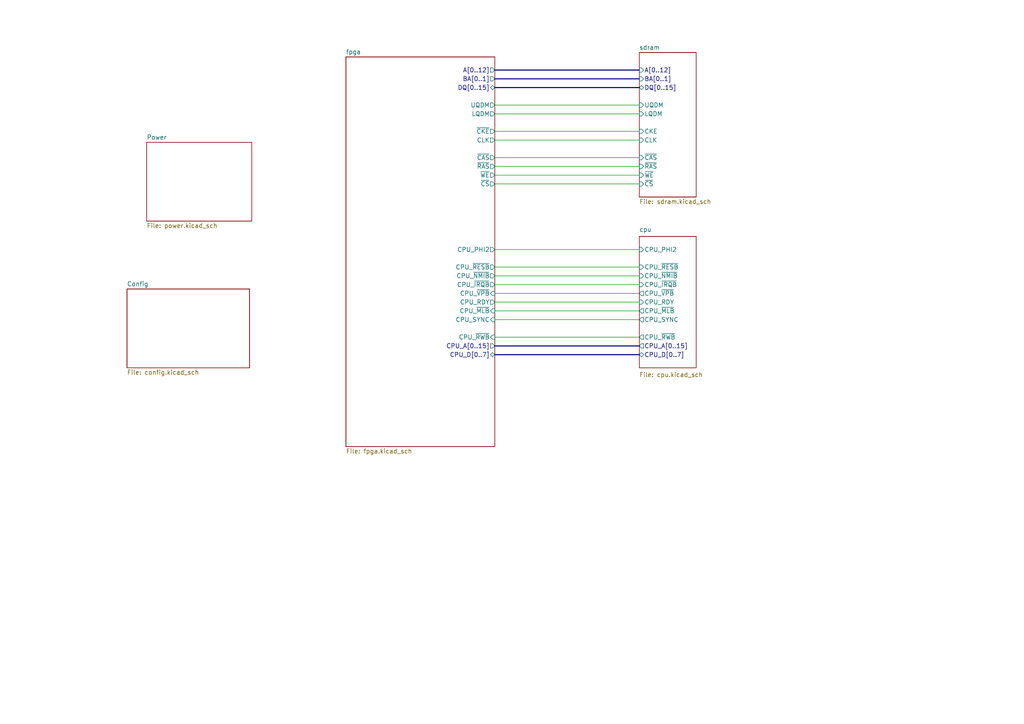
<source format=kicad_sch>
(kicad_sch (version 20211123) (generator eeschema)
  (paper "A4")
  (lib_symbols)
  (bus (pts (xy 143.51 102.87) (xy 185.42 102.87)))
  (wire (pts (xy 143.51 33.02) (xy 185.42 33.02)))
  (wire (pts (xy 143.51 82.55) (xy 185.42 82.55)))
  (wire (pts (xy 143.51 48.26) (xy 185.42 48.26)))
  (wire (pts (xy 143.51 53.34) (xy 185.42 53.34)))
  (bus (pts (xy 143.51 20.32) (xy 185.42 20.32)))
  (wire (pts (xy 143.51 92.71) (xy 185.42 92.71)))
  (bus (pts (xy 143.51 25.4) (xy 185.42 25.4)))
  (wire (pts (xy 143.51 45.72) (xy 185.42 45.72)))
  (wire (pts (xy 143.51 38.1) (xy 185.42 38.1)))
  (wire (pts (xy 143.51 80.01) (xy 185.42 80.01)))
  (wire (pts (xy 143.51 72.39) (xy 185.42 72.39)))
  (wire (pts (xy 143.51 30.48) (xy 185.42 30.48)))
  (wire (pts (xy 143.51 97.79) (xy 185.42 97.79)))
  (wire (pts (xy 143.51 77.47) (xy 185.42 77.47)))
  (wire (pts (xy 143.51 90.17) (xy 185.42 90.17)))
  (wire (pts (xy 143.51 87.63) (xy 185.42 87.63)))
  (wire (pts (xy 143.51 85.09) (xy 185.42 85.09)))
  (bus (pts (xy 143.51 22.86) (xy 185.42 22.86)))
  (bus (pts (xy 143.51 100.33) (xy 185.42 100.33)))
  (wire (pts (xy 143.51 40.64) (xy 185.42 40.64)))
  (wire (pts (xy 143.51 50.8) (xy 185.42 50.8)))
  (sheet (at 42.545 41.275) (size 30.48 22.86) (stroke (width 0.1524))
    (property "Sheet name" "Power" (at 42.545 40.5634 0) (effects (justify left bottom)))
    (property "Sheet file" "power.kicad_sch" (at 42.545 64.7196 0) (effects (justify left top)))
  )
  (sheet (at 36.83 83.82) (size 35.56 22.86) (stroke (width 0.1524))
    (property "Sheet name" "Config" (at 36.83 83.1084 0) (effects (justify left bottom)))
    (property "Sheet file" "config.kicad_sch" (at 36.83 107.2646 0) (effects (justify left top)))
  )
  (sheet (at 100.33 16.51) (size 43.18 113.03) (stroke (width 0.1524))
    (property "Sheet name" "fpga" (at 100.33 15.7984 0) (effects (justify left bottom)))
    (property "Sheet file" "fpga.kicad_sch" (at 100.33 130.1246 0) (effects (justify left top)))
    (pin "UQDM" output (at 143.51 30.48 0))
    (pin "~{CKE}" output (at 143.51 38.1 0))
    (pin "CLK" output (at 143.51 40.64 0))
    (pin "~{CAS}" output (at 143.51 45.72 0))
    (pin "~{WE}" output (at 143.51 50.8 0))
    (pin "~{RAS}" output (at 143.51 48.26 0))
    (pin "~{CS}" output (at 143.51 53.34 0))
    (pin "LQDM" output (at 143.51 33.02 0))
    (pin "A[0..12]" output (at 143.51 20.32 0))
    (pin "BA[0..1]" output (at 143.51 22.86 0))
    (pin "DQ[0..15]" bidirectional (at 143.51 25.4 0))
    (pin "CPU_D[0..7]" bidirectional (at 143.51 102.87 0))
    (pin "CPU_A[0..15]" output (at 143.51 100.33 0))
    (pin "CPU_~{RWB}" input (at 143.51 97.79 0))
    (pin "CPU_PHI2" output (at 143.51 72.39 0))
    (pin "CPU_~{MLB}" input (at 143.51 90.17 0))
    (pin "CPU_SYNC" input (at 143.51 92.71 0))
    (pin "CPU_RDY" output (at 143.51 87.63 0))
    (pin "CPU_~{NMIB}" output (at 143.51 80.01 0))
    (pin "CPU_~{RESB}" output (at 143.51 77.47 0))
    (pin "CPU_~{IRQB}" output (at 143.51 82.55 0))
    (pin "CPU_~{VPB}" input (at 143.51 85.09 0))
  )
  (sheet (at 185.42 15.24) (size 16.51 41.91) (stroke (width 0.1524))
    (property "Sheet name" "sdram" (at 185.42 14.5284 0) (effects (justify left bottom)))
    (property "Sheet file" "sdram.kicad_sch" (at 185.42 57.7346 0) (effects (justify left top)))
    (pin "A[0..12]" input (at 185.42 20.32 180))
    (pin "BA[0..1]" input (at 185.42 22.86 180))
    (pin "DQ[0..15]" bidirectional (at 185.42 25.4 180))
    (pin "CLK" input (at 185.42 40.64 180))
    (pin "CKE" input (at 185.42 38.1 180))
    (pin "~{CS}" input (at 185.42 53.34 180))
    (pin "~{WE}" input (at 185.42 50.8 180))
    (pin "~{CAS}" input (at 185.42 45.72 180))
    (pin "~{RAS}" input (at 185.42 48.26 180))
    (pin "LQDM" input (at 185.42 33.02 180))
    (pin "UQDM" input (at 185.42 30.48 180))
  )
  (sheet (at 185.42 68.58) (size 16.51 38.1) (stroke (width 0.1524))
    (property "Sheet name" "cpu" (at 185.42 67.31 0) (effects (justify left bottom)))
    (property "Sheet file" "cpu.kicad_sch" (at 185.42 107.95 0) (effects (justify left top)))
    (pin "CPU_~{RWB}" output (at 185.42 97.79 180))
    (pin "CPU_~{RESB}" input (at 185.42 77.47 180))
    (pin "CPU_~{NMIB}" input (at 185.42 80.01 180))
    (pin "CPU_~{IRQB}" input (at 185.42 82.55 180))
    (pin "CPU_PHI2" input (at 185.42 72.39 180))
    (pin "CPU_RDY" input (at 185.42 87.63 180))
    (pin "CPU_~{MLB}" output (at 185.42 90.17 180))
    (pin "CPU_SYNC" output (at 185.42 92.71 180))
    (pin "CPU_A[0..15]" output (at 185.42 100.33 180))
    (pin "CPU_D[0..7]" bidirectional (at 185.42 102.87 180))
    (pin "CPU_~{VPB}" output (at 185.42 85.09 180))
  )
)
</source>
